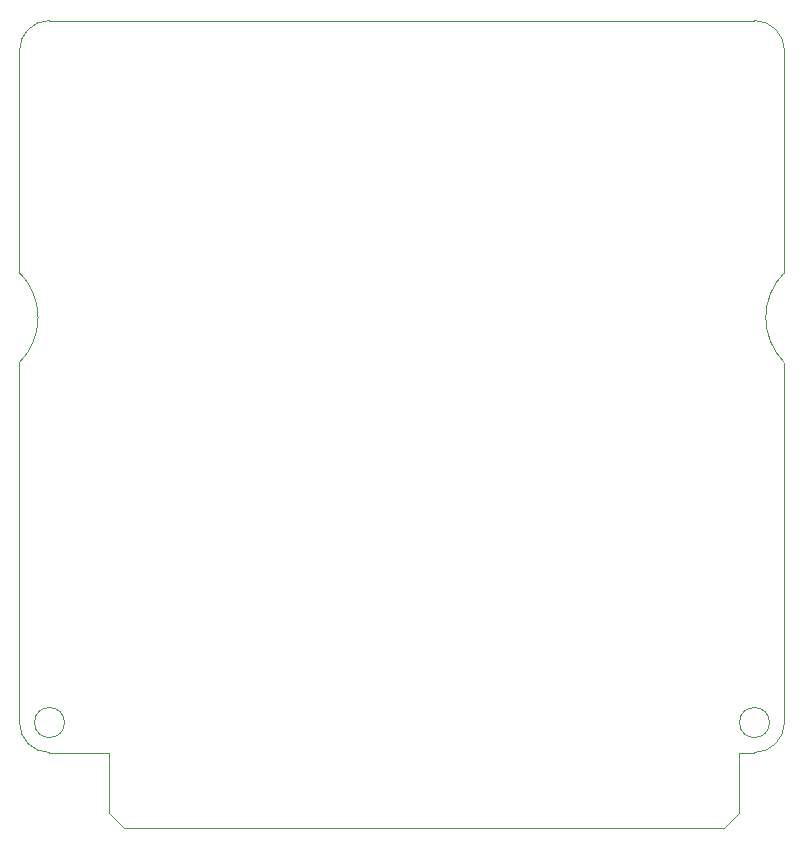
<source format=gbr>
G04 #@! TF.GenerationSoftware,KiCad,Pcbnew,5.1.4+dfsg1-1*
G04 #@! TF.CreationDate,2019-11-19T12:45:03-08:00*
G04 #@! TF.ProjectId,cartridge,63617274-7269-4646-9765-2e6b69636164,rev?*
G04 #@! TF.SameCoordinates,PX40311b0PY2227a70*
G04 #@! TF.FileFunction,Profile,NP*
%FSLAX46Y46*%
G04 Gerber Fmt 4.6, Leading zero omitted, Abs format (unit mm)*
G04 Created by KiCad (PCBNEW 5.1.4+dfsg1-1) date 2019-11-19 12:45:03*
%MOMM*%
%LPD*%
G04 APERTURE LIST*
%ADD10C,0.050000*%
G04 APERTURE END LIST*
D10*
X64770000Y-13336000D02*
X64770000Y-21336002D01*
X0Y-13336000D02*
X0Y-21336000D01*
X7620000Y-61976000D02*
X7620000Y-67056000D01*
X60960000Y-61976000D02*
X60960000Y-67056000D01*
X64770000Y-2541000D02*
X64770000Y-13336000D01*
X0Y-13336000D02*
X0Y-2541000D01*
X2540000Y-1000D02*
X62230000Y-1000D01*
X2539999Y-61976000D02*
G75*
G02X0Y-59436000I1J2540000D01*
G01*
X64769998Y-59436001D02*
G75*
G02X62229999Y-61975999I-2539999J1D01*
G01*
X63499998Y-59436000D02*
G75*
G02X60960000Y-59436000I-1269999J0D01*
G01*
X60960000Y-59436000D02*
G75*
G02X63500000Y-59436000I1270000J0D01*
G01*
X1270000Y-59436000D02*
G75*
G02X3810000Y-59436000I1270000J0D01*
G01*
X3809998Y-59436000D02*
G75*
G02X1270000Y-59436000I-1269999J0D01*
G01*
X0Y-21336000D02*
G75*
G02X0Y-28955998I-3809999J-3809999D01*
G01*
X64770000Y-28956000D02*
G75*
G02X64770000Y-21336002I3809999J3809999D01*
G01*
X0Y-2541000D02*
G75*
G02X2540000Y-1000I2540000J0D01*
G01*
X62230000Y-1000D02*
G75*
G02X64770000Y-2541000I0J-2540000D01*
G01*
X60960000Y-61976000D02*
X62230000Y-61976000D01*
X0Y-59436000D02*
X0Y-28955998D01*
X7620000Y-61976000D02*
X2539999Y-61976000D01*
X8890000Y-68326000D02*
X7620000Y-67056000D01*
X64770000Y-59436000D02*
X64770000Y-28956000D01*
X59690000Y-68326000D02*
X60960000Y-67056000D01*
X8890000Y-68326000D02*
X59690000Y-68326000D01*
M02*

</source>
